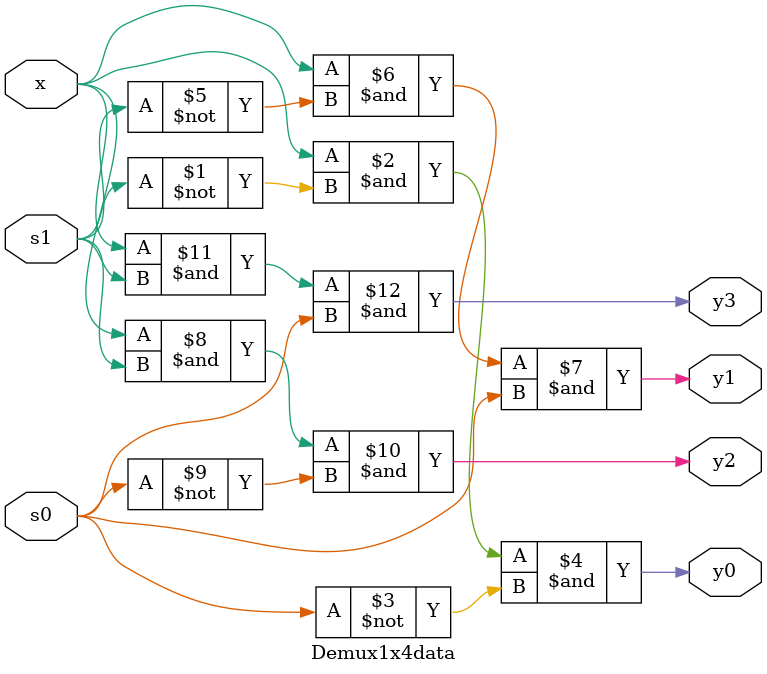
<source format=v>
`timescale 1ns / 1ps

// Dependencies: 
// 
// Revision:
// Revision 0.01 - File Created
// Additional Comments:
// 
//////////////////////////////////////////////////////////////////////////////////


module Demux1x4data(
    input x,
    input s0,
    input s1,
    output y0,
    output y1,
    output y2,
    output y3
    );
    assign y0= x & (~s1)&(~s0);
    assign y1= x & (~s1)&(s0);
    assign y2= x & (s1)&(~s0);
    assign y3= x & (s1)&(s0);
endmodule

</source>
